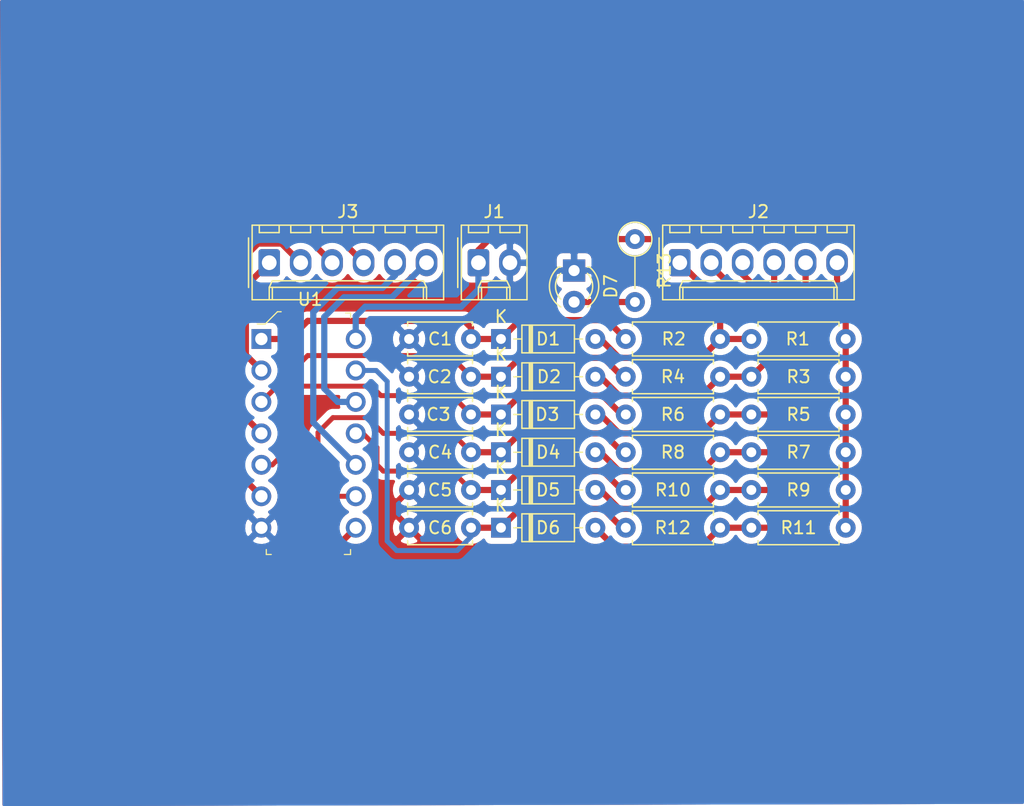
<source format=kicad_pcb>
(kicad_pcb (version 20171130) (host pcbnew 5.1.12-1.fc35)
  (layers (0 F.Cu signal) (31 B.Cu signal) (34 B.Paste user hide) (35 F.Paste user hide) (36 B.SilkS user) (37 F.SilkS user) (38 B.Mask user hide) (39 F.Mask user hide) (44 Edge.Cuts user))
  (net 0 "")
  (net 1 Trig_1)
  (net 2 GND)
  (net 3 Trig_2)
  (net 4 Trig_3)
  (net 5 Trig_4)
  (net 6 Trig_5)
  (net 7 Trig_6)
  (net 8 Sig_1)
  (net 9 Sig_2)
  (net 10 Sig_3)
  (net 11 Sig_4)
  (net 12 Sig_5)
  (net 13 Sig_6)
  (net 14 "Net-(J1-Pad1)")
  (net 15 "Net-(J3-Pad6)")
  (net 16 "Net-(J3-Pad5)")
  (net 17 "Net-(J3-Pad4)")
  (net 18 "Net-(J3-Pad3)")
  (net 19 "Net-(J3-Pad2)")
  (net 20 "Net-(J3-Pad1)")
  (net 21 "Net-(D7-Pad2)")
  (module Capacitor_THT:C_Disc_D5.0mm_W2.5mm_P5.00mm (layer F.Cu) (at 198.348888 73.279 180)
    (fp_text reference C3 (at 2.627 0) (layer F.SilkS))
    (fp_text value 100nF)
    (fp_line (start -0.12 -1.37) (end 5.12 -1.37) (layer F.SilkS) (width 0.12))
    (fp_line (start -0.12 1.37) (end 5.12 1.37) (layer F.SilkS) (width 0.12))
    (fp_line (start -0.12 -1.37) (end -0.12 -1.055) (layer F.SilkS) (width 0.12))
    (fp_line (start -0.12 1.055) (end -0.12 1.37) (layer F.SilkS) (width 0.12))
    (fp_line (start 5.12 -1.37) (end 5.12 -1.055) (layer F.SilkS) (width 0.12))
    (fp_line (start 5.12 1.055) (end 5.12 1.37) (layer F.SilkS) (width 0.12))
    (pad 1 thru_hole circle (at 0 0 180) (size 1.6 1.6) (drill 0.8) (layers *.Cu *.Mask) (net 4 Trig_3))
    (pad 2 thru_hole circle (at 5 0 180) (size 1.6 1.6) (drill 0.8) (layers *.Cu *.Mask) (net 2 GND))
  )
  (module Capacitor_THT:C_Disc_D5.0mm_W2.5mm_P5.00mm (layer F.Cu) (at 198.348888 70.231 180)
    (fp_text reference C2 (at 2.54 0) (layer F.SilkS))
    (fp_text value 100nF)
    (fp_line (start 5.12 1.055) (end 5.12 1.37) (layer F.SilkS) (width 0.12))
    (fp_line (start 5.12 -1.37) (end 5.12 -1.055) (layer F.SilkS) (width 0.12))
    (fp_line (start -0.12 1.055) (end -0.12 1.37) (layer F.SilkS) (width 0.12))
    (fp_line (start -0.12 -1.37) (end -0.12 -1.055) (layer F.SilkS) (width 0.12))
    (fp_line (start -0.12 1.37) (end 5.12 1.37) (layer F.SilkS) (width 0.12))
    (fp_line (start -0.12 -1.37) (end 5.12 -1.37) (layer F.SilkS) (width 0.12))
    (pad 2 thru_hole circle (at 5 0 180) (size 1.6 1.6) (drill 0.8) (layers *.Cu *.Mask) (net 2 GND))
    (pad 1 thru_hole circle (at 0 0 180) (size 1.6 1.6) (drill 0.8) (layers *.Cu *.Mask) (net 3 Trig_2))
  )
  (module Diode_THT:D_DO-35_SOD27_P7.62mm_Horizontal (layer F.Cu) (at 200.765833 67.183)
    (fp_text reference D1 (at 3.81 0) (layer F.SilkS))
    (fp_text value 1N4148)
    (fp_line (start 1.69 -1.12) (end 1.69 1.12) (layer F.SilkS) (width 0.12))
    (fp_line (start 1.69 1.12) (end 5.93 1.12) (layer F.SilkS) (width 0.12))
    (fp_line (start 5.93 1.12) (end 5.93 -1.12) (layer F.SilkS) (width 0.12))
    (fp_line (start 5.93 -1.12) (end 1.69 -1.12) (layer F.SilkS) (width 0.12))
    (fp_line (start 1.04 0) (end 1.69 0) (layer F.SilkS) (width 0.12))
    (fp_line (start 6.58 0) (end 5.93 0) (layer F.SilkS) (width 0.12))
    (fp_line (start 2.41 -1.12) (end 2.41 1.12) (layer F.SilkS) (width 0.12))
    (fp_line (start 2.53 -1.12) (end 2.53 1.12) (layer F.SilkS) (width 0.12))
    (fp_line (start 2.29 -1.12) (end 2.29 1.12) (layer F.SilkS) (width 0.12))
    (fp_text user K (at 0 -1.8) (layer F.SilkS))
    (pad 1 thru_hole rect (at 0 0) (size 1.6 1.6) (drill 0.8) (layers *.Cu *.Mask) (net 1 Trig_1))
    (pad 2 thru_hole oval (at 7.62 0) (size 1.6 1.6) (drill 0.8) (layers *.Cu *.Mask) (net 8 Sig_1))
  )
  (module Connector_Molex:Molex_KK-254_AE-6410-02A_1x02_P2.54mm_Vertical (layer F.Cu) (at 198.9455 61.0235)
    (fp_text reference J1 (at 1.27 -4.12) (layer F.SilkS))
    (fp_text value Pwr)
    (fp_line (start -1.38 -3.03) (end -1.38 2.99) (layer F.SilkS) (width 0.12))
    (fp_line (start -1.38 2.99) (end 3.92 2.99) (layer F.SilkS) (width 0.12))
    (fp_line (start 3.92 2.99) (end 3.92 -3.03) (layer F.SilkS) (width 0.12))
    (fp_line (start 3.92 -3.03) (end -1.38 -3.03) (layer F.SilkS) (width 0.12))
    (fp_line (start -1.67 -2) (end -1.67 2) (layer F.SilkS) (width 0.12))
    (fp_line (start 0 2.99) (end 0 1.99) (layer F.SilkS) (width 0.12))
    (fp_line (start 0 1.99) (end 2.54 1.99) (layer F.SilkS) (width 0.12))
    (fp_line (start 2.54 1.99) (end 2.54 2.99) (layer F.SilkS) (width 0.12))
    (fp_line (start 0 1.99) (end 0.25 1.46) (layer F.SilkS) (width 0.12))
    (fp_line (start 0.25 1.46) (end 2.29 1.46) (layer F.SilkS) (width 0.12))
    (fp_line (start 2.29 1.46) (end 2.54 1.99) (layer F.SilkS) (width 0.12))
    (fp_line (start 0.25 2.99) (end 0.25 1.99) (layer F.SilkS) (width 0.12))
    (fp_line (start 2.29 2.99) (end 2.29 1.99) (layer F.SilkS) (width 0.12))
    (fp_line (start -0.8 -3.03) (end -0.8 -2.43) (layer F.SilkS) (width 0.12))
    (fp_line (start -0.8 -2.43) (end 0.8 -2.43) (layer F.SilkS) (width 0.12))
    (fp_line (start 0.8 -2.43) (end 0.8 -3.03) (layer F.SilkS) (width 0.12))
    (fp_line (start 1.74 -3.03) (end 1.74 -2.43) (layer F.SilkS) (width 0.12))
    (fp_line (start 1.74 -2.43) (end 3.34 -2.43) (layer F.SilkS) (width 0.12))
    (fp_line (start 3.34 -2.43) (end 3.34 -3.03) (layer F.SilkS) (width 0.12))
    (pad 1 thru_hole roundrect (at 0 0) (size 1.74 2.19) (drill 1.19) (layers *.Cu *.Mask) (roundrect_rratio 0.143678) (net 14 "Net-(J1-Pad1)"))
    (pad 2 thru_hole oval (at 2.54 0) (size 1.74 2.19) (drill 1.19) (layers *.Cu *.Mask) (net 2 GND))
  )
  (module Capacitor_THT:C_Disc_D5.0mm_W2.5mm_P5.00mm (layer F.Cu) (at 198.348888 67.183 180)
    (fp_text reference C1 (at 2.5 0) (layer F.SilkS))
    (fp_text value 100nF)
    (fp_line (start -0.12 -1.37) (end 5.12 -1.37) (layer F.SilkS) (width 0.12))
    (fp_line (start -0.12 1.37) (end 5.12 1.37) (layer F.SilkS) (width 0.12))
    (fp_line (start -0.12 -1.37) (end -0.12 -1.055) (layer F.SilkS) (width 0.12))
    (fp_line (start -0.12 1.055) (end -0.12 1.37) (layer F.SilkS) (width 0.12))
    (fp_line (start 5.12 -1.37) (end 5.12 -1.055) (layer F.SilkS) (width 0.12))
    (fp_line (start 5.12 1.055) (end 5.12 1.37) (layer F.SilkS) (width 0.12))
    (pad 1 thru_hole circle (at 0 0 180) (size 1.6 1.6) (drill 0.8) (layers *.Cu *.Mask) (net 1 Trig_1))
    (pad 2 thru_hole circle (at 5 0 180) (size 1.6 1.6) (drill 0.8) (layers *.Cu *.Mask) (net 2 GND))
  )
  (module Capacitor_THT:C_Disc_D5.0mm_W2.5mm_P5.00mm (layer F.Cu) (at 198.348888 76.327 180)
    (fp_text reference C4 (at 2.5 0) (layer F.SilkS))
    (fp_text value 100nF)
    (fp_line (start 5.12 1.055) (end 5.12 1.37) (layer F.SilkS) (width 0.12))
    (fp_line (start 5.12 -1.37) (end 5.12 -1.055) (layer F.SilkS) (width 0.12))
    (fp_line (start -0.12 1.055) (end -0.12 1.37) (layer F.SilkS) (width 0.12))
    (fp_line (start -0.12 -1.37) (end -0.12 -1.055) (layer F.SilkS) (width 0.12))
    (fp_line (start -0.12 1.37) (end 5.12 1.37) (layer F.SilkS) (width 0.12))
    (fp_line (start -0.12 -1.37) (end 5.12 -1.37) (layer F.SilkS) (width 0.12))
    (pad 2 thru_hole circle (at 5 0 180) (size 1.6 1.6) (drill 0.8) (layers *.Cu *.Mask) (net 2 GND))
    (pad 1 thru_hole circle (at 0 0 180) (size 1.6 1.6) (drill 0.8) (layers *.Cu *.Mask) (net 5 Trig_4))
  )
  (module Capacitor_THT:C_Disc_D5.0mm_W2.5mm_P5.00mm (layer F.Cu) (at 198.348888 79.375 180)
    (fp_text reference C5 (at 2.5 0) (layer F.SilkS))
    (fp_text value 100nF)
    (fp_line (start -0.12 -1.37) (end 5.12 -1.37) (layer F.SilkS) (width 0.12))
    (fp_line (start -0.12 1.37) (end 5.12 1.37) (layer F.SilkS) (width 0.12))
    (fp_line (start -0.12 -1.37) (end -0.12 -1.055) (layer F.SilkS) (width 0.12))
    (fp_line (start -0.12 1.055) (end -0.12 1.37) (layer F.SilkS) (width 0.12))
    (fp_line (start 5.12 -1.37) (end 5.12 -1.055) (layer F.SilkS) (width 0.12))
    (fp_line (start 5.12 1.055) (end 5.12 1.37) (layer F.SilkS) (width 0.12))
    (pad 1 thru_hole circle (at 0 0 180) (size 1.6 1.6) (drill 0.8) (layers *.Cu *.Mask) (net 6 Trig_5))
    (pad 2 thru_hole circle (at 5 0 180) (size 1.6 1.6) (drill 0.8) (layers *.Cu *.Mask) (net 2 GND))
  )
  (module Capacitor_THT:C_Disc_D5.0mm_W2.5mm_P5.00mm (layer F.Cu) (at 198.348888 82.423 180)
    (fp_text reference C6 (at 2.5 0) (layer F.SilkS))
    (fp_text value 100nF)
    (fp_line (start 5.12 1.055) (end 5.12 1.37) (layer F.SilkS) (width 0.12))
    (fp_line (start 5.12 -1.37) (end 5.12 -1.055) (layer F.SilkS) (width 0.12))
    (fp_line (start -0.12 1.055) (end -0.12 1.37) (layer F.SilkS) (width 0.12))
    (fp_line (start -0.12 -1.37) (end -0.12 -1.055) (layer F.SilkS) (width 0.12))
    (fp_line (start -0.12 1.37) (end 5.12 1.37) (layer F.SilkS) (width 0.12))
    (fp_line (start -0.12 -1.37) (end 5.12 -1.37) (layer F.SilkS) (width 0.12))
    (pad 2 thru_hole circle (at 5 0 180) (size 1.6 1.6) (drill 0.8) (layers *.Cu *.Mask) (net 2 GND))
    (pad 1 thru_hole circle (at 0 0 180) (size 1.6 1.6) (drill 0.8) (layers *.Cu *.Mask) (net 7 Trig_6))
  )
  (module Diode_THT:D_DO-35_SOD27_P7.62mm_Horizontal (layer F.Cu) (at 200.765833 70.231)
    (fp_text reference D2 (at 3.8735 0) (layer F.SilkS))
    (fp_text value 1N4148)
    (fp_line (start 2.29 -1.12) (end 2.29 1.12) (layer F.SilkS) (width 0.12))
    (fp_line (start 2.53 -1.12) (end 2.53 1.12) (layer F.SilkS) (width 0.12))
    (fp_line (start 2.41 -1.12) (end 2.41 1.12) (layer F.SilkS) (width 0.12))
    (fp_line (start 6.58 0) (end 5.93 0) (layer F.SilkS) (width 0.12))
    (fp_line (start 1.04 0) (end 1.69 0) (layer F.SilkS) (width 0.12))
    (fp_line (start 5.93 -1.12) (end 1.69 -1.12) (layer F.SilkS) (width 0.12))
    (fp_line (start 5.93 1.12) (end 5.93 -1.12) (layer F.SilkS) (width 0.12))
    (fp_line (start 1.69 1.12) (end 5.93 1.12) (layer F.SilkS) (width 0.12))
    (fp_line (start 1.69 -1.12) (end 1.69 1.12) (layer F.SilkS) (width 0.12))
    (fp_text user K (at 0 -1.8) (layer F.SilkS))
    (pad 2 thru_hole oval (at 7.62 0) (size 1.6 1.6) (drill 0.8) (layers *.Cu *.Mask) (net 9 Sig_2))
    (pad 1 thru_hole rect (at 0 0) (size 1.6 1.6) (drill 0.8) (layers *.Cu *.Mask) (net 3 Trig_2))
  )
  (module Diode_THT:D_DO-35_SOD27_P7.62mm_Horizontal (layer F.Cu) (at 200.765833 73.279)
    (fp_text reference D3 (at 3.7465 0) (layer F.SilkS))
    (fp_text value 1N4148)
    (fp_line (start 1.69 -1.12) (end 1.69 1.12) (layer F.SilkS) (width 0.12))
    (fp_line (start 1.69 1.12) (end 5.93 1.12) (layer F.SilkS) (width 0.12))
    (fp_line (start 5.93 1.12) (end 5.93 -1.12) (layer F.SilkS) (width 0.12))
    (fp_line (start 5.93 -1.12) (end 1.69 -1.12) (layer F.SilkS) (width 0.12))
    (fp_line (start 1.04 0) (end 1.69 0) (layer F.SilkS) (width 0.12))
    (fp_line (start 6.58 0) (end 5.93 0) (layer F.SilkS) (width 0.12))
    (fp_line (start 2.41 -1.12) (end 2.41 1.12) (layer F.SilkS) (width 0.12))
    (fp_line (start 2.53 -1.12) (end 2.53 1.12) (layer F.SilkS) (width 0.12))
    (fp_line (start 2.29 -1.12) (end 2.29 1.12) (layer F.SilkS) (width 0.12))
    (fp_text user K (at 0 -1.8) (layer F.SilkS))
    (pad 1 thru_hole rect (at 0 0) (size 1.6 1.6) (drill 0.8) (layers *.Cu *.Mask) (net 4 Trig_3))
    (pad 2 thru_hole oval (at 7.62 0) (size 1.6 1.6) (drill 0.8) (layers *.Cu *.Mask) (net 10 Sig_3))
  )
  (module Diode_THT:D_DO-35_SOD27_P7.62mm_Horizontal (layer F.Cu) (at 200.765833 76.327)
    (fp_text reference D4 (at 3.81 0) (layer F.SilkS))
    (fp_text value 1N4148)
    (fp_line (start 1.69 -1.12) (end 1.69 1.12) (layer F.SilkS) (width 0.12))
    (fp_line (start 1.69 1.12) (end 5.93 1.12) (layer F.SilkS) (width 0.12))
    (fp_line (start 5.93 1.12) (end 5.93 -1.12) (layer F.SilkS) (width 0.12))
    (fp_line (start 5.93 -1.12) (end 1.69 -1.12) (layer F.SilkS) (width 0.12))
    (fp_line (start 1.04 0) (end 1.69 0) (layer F.SilkS) (width 0.12))
    (fp_line (start 6.58 0) (end 5.93 0) (layer F.SilkS) (width 0.12))
    (fp_line (start 2.41 -1.12) (end 2.41 1.12) (layer F.SilkS) (width 0.12))
    (fp_line (start 2.53 -1.12) (end 2.53 1.12) (layer F.SilkS) (width 0.12))
    (fp_line (start 2.29 -1.12) (end 2.29 1.12) (layer F.SilkS) (width 0.12))
    (fp_text user K (at 0 -1.8) (layer F.SilkS))
    (pad 1 thru_hole rect (at 0 0) (size 1.6 1.6) (drill 0.8) (layers *.Cu *.Mask) (net 5 Trig_4))
    (pad 2 thru_hole oval (at 7.62 0) (size 1.6 1.6) (drill 0.8) (layers *.Cu *.Mask) (net 11 Sig_4))
  )
  (module Diode_THT:D_DO-35_SOD27_P7.62mm_Horizontal (layer F.Cu) (at 200.765833 79.375)
    (fp_text reference D5 (at 3.81 0) (layer F.SilkS))
    (fp_text value 1N4148)
    (fp_line (start 2.29 -1.12) (end 2.29 1.12) (layer F.SilkS) (width 0.12))
    (fp_line (start 2.53 -1.12) (end 2.53 1.12) (layer F.SilkS) (width 0.12))
    (fp_line (start 2.41 -1.12) (end 2.41 1.12) (layer F.SilkS) (width 0.12))
    (fp_line (start 6.58 0) (end 5.93 0) (layer F.SilkS) (width 0.12))
    (fp_line (start 1.04 0) (end 1.69 0) (layer F.SilkS) (width 0.12))
    (fp_line (start 5.93 -1.12) (end 1.69 -1.12) (layer F.SilkS) (width 0.12))
    (fp_line (start 5.93 1.12) (end 5.93 -1.12) (layer F.SilkS) (width 0.12))
    (fp_line (start 1.69 1.12) (end 5.93 1.12) (layer F.SilkS) (width 0.12))
    (fp_line (start 1.69 -1.12) (end 1.69 1.12) (layer F.SilkS) (width 0.12))
    (fp_text user K (at 0 -1.8) (layer F.SilkS))
    (pad 2 thru_hole oval (at 7.62 0) (size 1.6 1.6) (drill 0.8) (layers *.Cu *.Mask) (net 12 Sig_5))
    (pad 1 thru_hole rect (at 0 0) (size 1.6 1.6) (drill 0.8) (layers *.Cu *.Mask) (net 6 Trig_5))
  )
  (module Diode_THT:D_DO-35_SOD27_P7.62mm_Horizontal (layer F.Cu) (at 200.765833 82.423)
    (fp_text reference D6 (at 3.81 0) (layer F.SilkS))
    (fp_text value 1N4148)
    (fp_line (start 2.29 -1.12) (end 2.29 1.12) (layer F.SilkS) (width 0.12))
    (fp_line (start 2.53 -1.12) (end 2.53 1.12) (layer F.SilkS) (width 0.12))
    (fp_line (start 2.41 -1.12) (end 2.41 1.12) (layer F.SilkS) (width 0.12))
    (fp_line (start 6.58 0) (end 5.93 0) (layer F.SilkS) (width 0.12))
    (fp_line (start 1.04 0) (end 1.69 0) (layer F.SilkS) (width 0.12))
    (fp_line (start 5.93 -1.12) (end 1.69 -1.12) (layer F.SilkS) (width 0.12))
    (fp_line (start 5.93 1.12) (end 5.93 -1.12) (layer F.SilkS) (width 0.12))
    (fp_line (start 1.69 1.12) (end 5.93 1.12) (layer F.SilkS) (width 0.12))
    (fp_line (start 1.69 -1.12) (end 1.69 1.12) (layer F.SilkS) (width 0.12))
    (fp_text user K (at 0 -1.8) (layer F.SilkS))
    (pad 2 thru_hole oval (at 7.62 0) (size 1.6 1.6) (drill 0.8) (layers *.Cu *.Mask) (net 13 Sig_6))
    (pad 1 thru_hole rect (at 0 0) (size 1.6 1.6) (drill 0.8) (layers *.Cu *.Mask) (net 7 Trig_6))
  )
  (module Connector_Molex:Molex_KK-254_AE-6410-06A_1x06_P2.54mm_Vertical (layer F.Cu) (at 215.2015 61.0235)
    (fp_text reference J2 (at 6.35 -4.12) (layer F.SilkS))
    (fp_text value Sig_In)
    (fp_line (start -1.38 -3.03) (end -1.38 2.99) (layer F.SilkS) (width 0.12))
    (fp_line (start -1.38 2.99) (end 14.08 2.99) (layer F.SilkS) (width 0.12))
    (fp_line (start 14.08 2.99) (end 14.08 -3.03) (layer F.SilkS) (width 0.12))
    (fp_line (start 14.08 -3.03) (end -1.38 -3.03) (layer F.SilkS) (width 0.12))
    (fp_line (start -1.67 -2) (end -1.67 2) (layer F.SilkS) (width 0.12))
    (fp_line (start 0 2.99) (end 0 1.99) (layer F.SilkS) (width 0.12))
    (fp_line (start 0 1.99) (end 12.7 1.99) (layer F.SilkS) (width 0.12))
    (fp_line (start 12.7 1.99) (end 12.7 2.99) (layer F.SilkS) (width 0.12))
    (fp_line (start 0 1.99) (end 0.25 1.46) (layer F.SilkS) (width 0.12))
    (fp_line (start 0.25 1.46) (end 12.45 1.46) (layer F.SilkS) (width 0.12))
    (fp_line (start 12.45 1.46) (end 12.7 1.99) (layer F.SilkS) (width 0.12))
    (fp_line (start 0.25 2.99) (end 0.25 1.99) (layer F.SilkS) (width 0.12))
    (fp_line (start 12.45 2.99) (end 12.45 1.99) (layer F.SilkS) (width 0.12))
    (fp_line (start -0.8 -3.03) (end -0.8 -2.43) (layer F.SilkS) (width 0.12))
    (fp_line (start -0.8 -2.43) (end 0.8 -2.43) (layer F.SilkS) (width 0.12))
    (fp_line (start 0.8 -2.43) (end 0.8 -3.03) (layer F.SilkS) (width 0.12))
    (fp_line (start 1.74 -3.03) (end 1.74 -2.43) (layer F.SilkS) (width 0.12))
    (fp_line (start 1.74 -2.43) (end 3.34 -2.43) (layer F.SilkS) (width 0.12))
    (fp_line (start 3.34 -2.43) (end 3.34 -3.03) (layer F.SilkS) (width 0.12))
    (fp_line (start 4.28 -3.03) (end 4.28 -2.43) (layer F.SilkS) (width 0.12))
    (fp_line (start 4.28 -2.43) (end 5.88 -2.43) (layer F.SilkS) (width 0.12))
    (fp_line (start 5.88 -2.43) (end 5.88 -3.03) (layer F.SilkS) (width 0.12))
    (fp_line (start 6.82 -3.03) (end 6.82 -2.43) (layer F.SilkS) (width 0.12))
    (fp_line (start 6.82 -2.43) (end 8.42 -2.43) (layer F.SilkS) (width 0.12))
    (fp_line (start 8.42 -2.43) (end 8.42 -3.03) (layer F.SilkS) (width 0.12))
    (fp_line (start 9.36 -3.03) (end 9.36 -2.43) (layer F.SilkS) (width 0.12))
    (fp_line (start 9.36 -2.43) (end 10.96 -2.43) (layer F.SilkS) (width 0.12))
    (fp_line (start 10.96 -2.43) (end 10.96 -3.03) (layer F.SilkS) (width 0.12))
    (fp_line (start 11.9 -3.03) (end 11.9 -2.43) (layer F.SilkS) (width 0.12))
    (fp_line (start 11.9 -2.43) (end 13.5 -2.43) (layer F.SilkS) (width 0.12))
    (fp_line (start 13.5 -2.43) (end 13.5 -3.03) (layer F.SilkS) (width 0.12))
    (pad 1 thru_hole roundrect (at 0 0) (size 1.74 2.19) (drill 1.19) (layers *.Cu *.Mask) (roundrect_rratio 0.143678) (net 8 Sig_1))
    (pad 2 thru_hole oval (at 2.54 0) (size 1.74 2.19) (drill 1.19) (layers *.Cu *.Mask) (net 9 Sig_2))
    (pad 3 thru_hole oval (at 5.08 0) (size 1.74 2.19) (drill 1.19) (layers *.Cu *.Mask) (net 10 Sig_3))
    (pad 4 thru_hole oval (at 7.62 0) (size 1.74 2.19) (drill 1.19) (layers *.Cu *.Mask) (net 11 Sig_4))
    (pad 5 thru_hole oval (at 10.16 0) (size 1.74 2.19) (drill 1.19) (layers *.Cu *.Mask) (net 12 Sig_5))
    (pad 6 thru_hole oval (at 12.7 0) (size 1.74 2.19) (drill 1.19) (layers *.Cu *.Mask) (net 13 Sig_6))
  )
  (module Resistor_THT:R_Axial_DIN0207_L6.3mm_D2.5mm_P7.62mm_Horizontal (layer F.Cu) (at 228.6 67.183 180)
    (fp_text reference R1 (at 3.8735 0) (layer F.SilkS))
    (fp_text value 82K)
    (fp_line (start 7.08 1.37) (end 7.08 1.04) (layer F.SilkS) (width 0.12))
    (fp_line (start 0.54 1.37) (end 7.08 1.37) (layer F.SilkS) (width 0.12))
    (fp_line (start 0.54 1.04) (end 0.54 1.37) (layer F.SilkS) (width 0.12))
    (fp_line (start 7.08 -1.37) (end 7.08 -1.04) (layer F.SilkS) (width 0.12))
    (fp_line (start 0.54 -1.37) (end 7.08 -1.37) (layer F.SilkS) (width 0.12))
    (fp_line (start 0.54 -1.04) (end 0.54 -1.37) (layer F.SilkS) (width 0.12))
    (pad 2 thru_hole oval (at 7.62 0 180) (size 1.6 1.6) (drill 0.8) (layers *.Cu *.Mask) (net 8 Sig_1))
    (pad 1 thru_hole circle (at 0 0 180) (size 1.6 1.6) (drill 0.8) (layers *.Cu *.Mask) (net 14 "Net-(J1-Pad1)"))
  )
  (module Resistor_THT:R_Axial_DIN0207_L6.3mm_D2.5mm_P7.62mm_Horizontal (layer F.Cu) (at 210.841166 67.183)
    (fp_text reference R2 (at 3.8735 0) (layer F.SilkS))
    (fp_text value 18K2)
    (fp_line (start 7.08 1.37) (end 7.08 1.04) (layer F.SilkS) (width 0.12))
    (fp_line (start 0.54 1.37) (end 7.08 1.37) (layer F.SilkS) (width 0.12))
    (fp_line (start 0.54 1.04) (end 0.54 1.37) (layer F.SilkS) (width 0.12))
    (fp_line (start 7.08 -1.37) (end 7.08 -1.04) (layer F.SilkS) (width 0.12))
    (fp_line (start 0.54 -1.37) (end 7.08 -1.37) (layer F.SilkS) (width 0.12))
    (fp_line (start 0.54 -1.04) (end 0.54 -1.37) (layer F.SilkS) (width 0.12))
    (pad 2 thru_hole oval (at 7.62 0) (size 1.6 1.6) (drill 0.8) (layers *.Cu *.Mask) (net 8 Sig_1))
    (pad 1 thru_hole circle (at 0 0) (size 1.6 1.6) (drill 0.8) (layers *.Cu *.Mask) (net 1 Trig_1))
  )
  (module Resistor_THT:R_Axial_DIN0207_L6.3mm_D2.5mm_P7.62mm_Horizontal (layer F.Cu) (at 228.6 70.231 180)
    (fp_text reference R3 (at 3.81 0) (layer F.SilkS))
    (fp_text value 82K)
    (fp_line (start 7.08 1.37) (end 7.08 1.04) (layer F.SilkS) (width 0.12))
    (fp_line (start 0.54 1.37) (end 7.08 1.37) (layer F.SilkS) (width 0.12))
    (fp_line (start 0.54 1.04) (end 0.54 1.37) (layer F.SilkS) (width 0.12))
    (fp_line (start 7.08 -1.37) (end 7.08 -1.04) (layer F.SilkS) (width 0.12))
    (fp_line (start 0.54 -1.37) (end 7.08 -1.37) (layer F.SilkS) (width 0.12))
    (fp_line (start 0.54 -1.04) (end 0.54 -1.37) (layer F.SilkS) (width 0.12))
    (pad 2 thru_hole oval (at 7.62 0 180) (size 1.6 1.6) (drill 0.8) (layers *.Cu *.Mask) (net 9 Sig_2))
    (pad 1 thru_hole circle (at 0 0 180) (size 1.6 1.6) (drill 0.8) (layers *.Cu *.Mask) (net 14 "Net-(J1-Pad1)"))
  )
  (module Resistor_THT:R_Axial_DIN0207_L6.3mm_D2.5mm_P7.62mm_Horizontal (layer F.Cu) (at 210.841166 70.231)
    (fp_text reference R4 (at 3.81 0) (layer F.SilkS))
    (fp_text value 18K2)
    (fp_line (start 0.54 -1.04) (end 0.54 -1.37) (layer F.SilkS) (width 0.12))
    (fp_line (start 0.54 -1.37) (end 7.08 -1.37) (layer F.SilkS) (width 0.12))
    (fp_line (start 7.08 -1.37) (end 7.08 -1.04) (layer F.SilkS) (width 0.12))
    (fp_line (start 0.54 1.04) (end 0.54 1.37) (layer F.SilkS) (width 0.12))
    (fp_line (start 0.54 1.37) (end 7.08 1.37) (layer F.SilkS) (width 0.12))
    (fp_line (start 7.08 1.37) (end 7.08 1.04) (layer F.SilkS) (width 0.12))
    (pad 1 thru_hole circle (at 0 0) (size 1.6 1.6) (drill 0.8) (layers *.Cu *.Mask) (net 3 Trig_2))
    (pad 2 thru_hole oval (at 7.62 0) (size 1.6 1.6) (drill 0.8) (layers *.Cu *.Mask) (net 9 Sig_2))
  )
  (module Resistor_THT:R_Axial_DIN0207_L6.3mm_D2.5mm_P7.62mm_Horizontal (layer F.Cu) (at 228.6 73.279 180)
    (fp_text reference R5 (at 3.81 0) (layer F.SilkS))
    (fp_text value 82K)
    (fp_line (start 0.54 -1.04) (end 0.54 -1.37) (layer F.SilkS) (width 0.12))
    (fp_line (start 0.54 -1.37) (end 7.08 -1.37) (layer F.SilkS) (width 0.12))
    (fp_line (start 7.08 -1.37) (end 7.08 -1.04) (layer F.SilkS) (width 0.12))
    (fp_line (start 0.54 1.04) (end 0.54 1.37) (layer F.SilkS) (width 0.12))
    (fp_line (start 0.54 1.37) (end 7.08 1.37) (layer F.SilkS) (width 0.12))
    (fp_line (start 7.08 1.37) (end 7.08 1.04) (layer F.SilkS) (width 0.12))
    (pad 1 thru_hole circle (at 0 0 180) (size 1.6 1.6) (drill 0.8) (layers *.Cu *.Mask) (net 14 "Net-(J1-Pad1)"))
    (pad 2 thru_hole oval (at 7.62 0 180) (size 1.6 1.6) (drill 0.8) (layers *.Cu *.Mask) (net 10 Sig_3))
  )
  (module Resistor_THT:R_Axial_DIN0207_L6.3mm_D2.5mm_P7.62mm_Horizontal (layer F.Cu) (at 210.841166 73.279)
    (fp_text reference R6 (at 3.81 0) (layer F.SilkS))
    (fp_text value 18K2)
    (fp_line (start 7.08 1.37) (end 7.08 1.04) (layer F.SilkS) (width 0.12))
    (fp_line (start 0.54 1.37) (end 7.08 1.37) (layer F.SilkS) (width 0.12))
    (fp_line (start 0.54 1.04) (end 0.54 1.37) (layer F.SilkS) (width 0.12))
    (fp_line (start 7.08 -1.37) (end 7.08 -1.04) (layer F.SilkS) (width 0.12))
    (fp_line (start 0.54 -1.37) (end 7.08 -1.37) (layer F.SilkS) (width 0.12))
    (fp_line (start 0.54 -1.04) (end 0.54 -1.37) (layer F.SilkS) (width 0.12))
    (pad 2 thru_hole oval (at 7.62 0) (size 1.6 1.6) (drill 0.8) (layers *.Cu *.Mask) (net 10 Sig_3))
    (pad 1 thru_hole circle (at 0 0) (size 1.6 1.6) (drill 0.8) (layers *.Cu *.Mask) (net 4 Trig_3))
  )
  (module Resistor_THT:R_Axial_DIN0207_L6.3mm_D2.5mm_P7.62mm_Horizontal (layer F.Cu) (at 228.6 76.327 180)
    (fp_text reference R7 (at 3.81 0) (layer F.SilkS))
    (fp_text value 82K)
    (fp_line (start 0.54 -1.04) (end 0.54 -1.37) (layer F.SilkS) (width 0.12))
    (fp_line (start 0.54 -1.37) (end 7.08 -1.37) (layer F.SilkS) (width 0.12))
    (fp_line (start 7.08 -1.37) (end 7.08 -1.04) (layer F.SilkS) (width 0.12))
    (fp_line (start 0.54 1.04) (end 0.54 1.37) (layer F.SilkS) (width 0.12))
    (fp_line (start 0.54 1.37) (end 7.08 1.37) (layer F.SilkS) (width 0.12))
    (fp_line (start 7.08 1.37) (end 7.08 1.04) (layer F.SilkS) (width 0.12))
    (pad 1 thru_hole circle (at 0 0 180) (size 1.6 1.6) (drill 0.8) (layers *.Cu *.Mask) (net 14 "Net-(J1-Pad1)"))
    (pad 2 thru_hole oval (at 7.62 0 180) (size 1.6 1.6) (drill 0.8) (layers *.Cu *.Mask) (net 11 Sig_4))
  )
  (module Resistor_THT:R_Axial_DIN0207_L6.3mm_D2.5mm_P7.62mm_Horizontal (layer F.Cu) (at 210.841166 76.327)
    (fp_text reference R8 (at 3.81 0) (layer F.SilkS))
    (fp_text value 18K2)
    (fp_line (start 0.54 -1.04) (end 0.54 -1.37) (layer F.SilkS) (width 0.12))
    (fp_line (start 0.54 -1.37) (end 7.08 -1.37) (layer F.SilkS) (width 0.12))
    (fp_line (start 7.08 -1.37) (end 7.08 -1.04) (layer F.SilkS) (width 0.12))
    (fp_line (start 0.54 1.04) (end 0.54 1.37) (layer F.SilkS) (width 0.12))
    (fp_line (start 0.54 1.37) (end 7.08 1.37) (layer F.SilkS) (width 0.12))
    (fp_line (start 7.08 1.37) (end 7.08 1.04) (layer F.SilkS) (width 0.12))
    (pad 1 thru_hole circle (at 0 0) (size 1.6 1.6) (drill 0.8) (layers *.Cu *.Mask) (net 5 Trig_4))
    (pad 2 thru_hole oval (at 7.62 0) (size 1.6 1.6) (drill 0.8) (layers *.Cu *.Mask) (net 11 Sig_4))
  )
  (module Resistor_THT:R_Axial_DIN0207_L6.3mm_D2.5mm_P7.62mm_Horizontal (layer F.Cu) (at 228.6 79.375 180)
    (fp_text reference R9 (at 3.81 0) (layer F.SilkS))
    (fp_text value 82K)
    (fp_line (start 0.54 -1.04) (end 0.54 -1.37) (layer F.SilkS) (width 0.12))
    (fp_line (start 0.54 -1.37) (end 7.08 -1.37) (layer F.SilkS) (width 0.12))
    (fp_line (start 7.08 -1.37) (end 7.08 -1.04) (layer F.SilkS) (width 0.12))
    (fp_line (start 0.54 1.04) (end 0.54 1.37) (layer F.SilkS) (width 0.12))
    (fp_line (start 0.54 1.37) (end 7.08 1.37) (layer F.SilkS) (width 0.12))
    (fp_line (start 7.08 1.37) (end 7.08 1.04) (layer F.SilkS) (width 0.12))
    (pad 1 thru_hole circle (at 0 0 180) (size 1.6 1.6) (drill 0.8) (layers *.Cu *.Mask) (net 14 "Net-(J1-Pad1)"))
    (pad 2 thru_hole oval (at 7.62 0 180) (size 1.6 1.6) (drill 0.8) (layers *.Cu *.Mask) (net 12 Sig_5))
  )
  (module Resistor_THT:R_Axial_DIN0207_L6.3mm_D2.5mm_P7.62mm_Horizontal (layer F.Cu) (at 210.841166 79.375)
    (fp_text reference R10 (at 3.81 0) (layer F.SilkS))
    (fp_text value 18K2)
    (fp_line (start 7.08 1.37) (end 7.08 1.04) (layer F.SilkS) (width 0.12))
    (fp_line (start 0.54 1.37) (end 7.08 1.37) (layer F.SilkS) (width 0.12))
    (fp_line (start 0.54 1.04) (end 0.54 1.37) (layer F.SilkS) (width 0.12))
    (fp_line (start 7.08 -1.37) (end 7.08 -1.04) (layer F.SilkS) (width 0.12))
    (fp_line (start 0.54 -1.37) (end 7.08 -1.37) (layer F.SilkS) (width 0.12))
    (fp_line (start 0.54 -1.04) (end 0.54 -1.37) (layer F.SilkS) (width 0.12))
    (pad 2 thru_hole oval (at 7.62 0) (size 1.6 1.6) (drill 0.8) (layers *.Cu *.Mask) (net 12 Sig_5))
    (pad 1 thru_hole circle (at 0 0) (size 1.6 1.6) (drill 0.8) (layers *.Cu *.Mask) (net 6 Trig_5))
  )
  (module Resistor_THT:R_Axial_DIN0207_L6.3mm_D2.5mm_P7.62mm_Horizontal (layer F.Cu) (at 228.6 82.423 180)
    (fp_text reference R11 (at 3.81 0) (layer F.SilkS))
    (fp_text value 82K)
    (fp_line (start 0.54 -1.04) (end 0.54 -1.37) (layer F.SilkS) (width 0.12))
    (fp_line (start 0.54 -1.37) (end 7.08 -1.37) (layer F.SilkS) (width 0.12))
    (fp_line (start 7.08 -1.37) (end 7.08 -1.04) (layer F.SilkS) (width 0.12))
    (fp_line (start 0.54 1.04) (end 0.54 1.37) (layer F.SilkS) (width 0.12))
    (fp_line (start 0.54 1.37) (end 7.08 1.37) (layer F.SilkS) (width 0.12))
    (fp_line (start 7.08 1.37) (end 7.08 1.04) (layer F.SilkS) (width 0.12))
    (pad 1 thru_hole circle (at 0 0 180) (size 1.6 1.6) (drill 0.8) (layers *.Cu *.Mask) (net 14 "Net-(J1-Pad1)"))
    (pad 2 thru_hole oval (at 7.62 0 180) (size 1.6 1.6) (drill 0.8) (layers *.Cu *.Mask) (net 13 Sig_6))
  )
  (module Resistor_THT:R_Axial_DIN0207_L6.3mm_D2.5mm_P7.62mm_Horizontal (layer F.Cu) (at 210.841166 82.423)
    (fp_text reference R12 (at 3.788834 0) (layer F.SilkS))
    (fp_text value 18K2)
    (fp_line (start 7.08 1.37) (end 7.08 1.04) (layer F.SilkS) (width 0.12))
    (fp_line (start 0.54 1.37) (end 7.08 1.37) (layer F.SilkS) (width 0.12))
    (fp_line (start 0.54 1.04) (end 0.54 1.37) (layer F.SilkS) (width 0.12))
    (fp_line (start 7.08 -1.37) (end 7.08 -1.04) (layer F.SilkS) (width 0.12))
    (fp_line (start 0.54 -1.37) (end 7.08 -1.37) (layer F.SilkS) (width 0.12))
    (fp_line (start 0.54 -1.04) (end 0.54 -1.37) (layer F.SilkS) (width 0.12))
    (pad 2 thru_hole oval (at 7.62 0) (size 1.6 1.6) (drill 0.8) (layers *.Cu *.Mask) (net 13 Sig_6))
    (pad 1 thru_hole circle (at 0 0) (size 1.6 1.6) (drill 0.8) (layers *.Cu *.Mask) (net 7 Trig_6))
  )
  (module digikey-footprints:DIP-14_W3mm (layer F.Cu) (at 181.4195 67.183)
    (fp_text reference U1 (at 3.94 -3.2) (layer F.SilkS))
    (fp_text value SN74HC14N)
    (fp_line (start -0.08 -1.2) (end -0.33 -1.2) (layer F.SilkS) (width 0.1))
    (fp_line (start 0.3 -1.2) (end -0.07 -1.2) (layer F.SilkS) (width 0.1))
    (fp_line (start 1.6 -2.2) (end 1.3 -2.2) (layer F.SilkS) (width 0.1))
    (fp_line (start 1.3 -2.2) (end 0.3 -1.2) (layer F.SilkS) (width 0.1))
    (fp_line (start 7.2 -1.7) (end 7.2 -2.1) (layer F.SilkS) (width 0.1))
    (fp_line (start 7.2 -2.1) (end 6.8 -2.1) (layer F.SilkS) (width 0.1))
    (fp_line (start 6.7 17.4) (end 7.2 17.4) (layer F.SilkS) (width 0.1))
    (fp_line (start 7.2 17.4) (end 7.2 17) (layer F.SilkS) (width 0.1))
    (fp_line (start 0.4 17) (end 0.4 17.4) (layer F.SilkS) (width 0.1))
    (fp_line (start 0.4 17.4) (end 0.8 17.4) (layer F.SilkS) (width 0.1))
    (pad 1 thru_hole rect (at 0 0) (size 1.6 1.6) (drill 1) (layers *.Cu *.Mask) (net 1 Trig_1))
    (pad 2 thru_hole circle (at 0 2.54) (size 1.6 1.6) (drill 1) (layers *.Cu *.Mask) (net 20 "Net-(J3-Pad1)"))
    (pad 3 thru_hole circle (at 0 5.08) (size 1.6 1.6) (drill 1) (layers *.Cu *.Mask) (net 3 Trig_2))
    (pad 4 thru_hole circle (at 0 7.62) (size 1.6 1.6) (drill 1) (layers *.Cu *.Mask) (net 19 "Net-(J3-Pad2)"))
    (pad 5 thru_hole circle (at 0 10.16) (size 1.6 1.6) (drill 1) (layers *.Cu *.Mask) (net 4 Trig_3))
    (pad 6 thru_hole circle (at 0 12.7) (size 1.6 1.6) (drill 1) (layers *.Cu *.Mask) (net 18 "Net-(J3-Pad3)"))
    (pad 7 thru_hole circle (at 0 15.24) (size 1.6 1.6) (drill 1) (layers *.Cu *.Mask) (net 2 GND))
    (pad 8 thru_hole circle (at 7.62 15.24) (size 1.6 1.6) (drill 1) (layers *.Cu *.Mask) (net 17 "Net-(J3-Pad4)"))
    (pad 9 thru_hole circle (at 7.62 12.7) (size 1.6 1.6) (drill 1) (layers *.Cu *.Mask) (net 5 Trig_4))
    (pad 10 thru_hole circle (at 7.62 10.16) (size 1.6 1.6) (drill 1) (layers *.Cu *.Mask) (net 16 "Net-(J3-Pad5)"))
    (pad 11 thru_hole circle (at 7.62 7.62) (size 1.6 1.6) (drill 1) (layers *.Cu *.Mask) (net 6 Trig_5))
    (pad 12 thru_hole circle (at 7.62 5.08) (size 1.6 1.6) (drill 1) (layers *.Cu *.Mask) (net 15 "Net-(J3-Pad6)"))
    (pad 13 thru_hole circle (at 7.62 2.54) (size 1.6 1.6) (drill 1) (layers *.Cu *.Mask) (net 7 Trig_6))
    (pad 14 thru_hole circle (at 7.62 0) (size 1.6 1.6) (drill 1) (layers *.Cu *.Mask) (net 14 "Net-(J1-Pad1)"))
  )
  (module Connector_Molex:Molex_KK-254_AE-6410-06A_1x06_P2.54mm_Vertical (layer F.Cu) (at 182.0545 61.0235)
    (fp_text reference J3 (at 6.35 -4.12) (layer F.SilkS))
    (fp_text value Trig_Out)
    (fp_line (start -1.38 -3.03) (end -1.38 2.99) (layer F.SilkS) (width 0.12))
    (fp_line (start -1.38 2.99) (end 14.08 2.99) (layer F.SilkS) (width 0.12))
    (fp_line (start 14.08 2.99) (end 14.08 -3.03) (layer F.SilkS) (width 0.12))
    (fp_line (start 14.08 -3.03) (end -1.38 -3.03) (layer F.SilkS) (width 0.12))
    (fp_line (start -1.67 -2) (end -1.67 2) (layer F.SilkS) (width 0.12))
    (fp_line (start 0 2.99) (end 0 1.99) (layer F.SilkS) (width 0.12))
    (fp_line (start 0 1.99) (end 12.7 1.99) (layer F.SilkS) (width 0.12))
    (fp_line (start 12.7 1.99) (end 12.7 2.99) (layer F.SilkS) (width 0.12))
    (fp_line (start 0 1.99) (end 0.25 1.46) (layer F.SilkS) (width 0.12))
    (fp_line (start 0.25 1.46) (end 12.45 1.46) (layer F.SilkS) (width 0.12))
    (fp_line (start 12.45 1.46) (end 12.7 1.99) (layer F.SilkS) (width 0.12))
    (fp_line (start 0.25 2.99) (end 0.25 1.99) (layer F.SilkS) (width 0.12))
    (fp_line (start 12.45 2.99) (end 12.45 1.99) (layer F.SilkS) (width 0.12))
    (fp_line (start -0.8 -3.03) (end -0.8 -2.43) (layer F.SilkS) (width 0.12))
    (fp_line (start -0.8 -2.43) (end 0.8 -2.43) (layer F.SilkS) (width 0.12))
    (fp_line (start 0.8 -2.43) (end 0.8 -3.03) (layer F.SilkS) (width 0.12))
    (fp_line (start 1.74 -3.03) (end 1.74 -2.43) (layer F.SilkS) (width 0.12))
    (fp_line (start 1.74 -2.43) (end 3.34 -2.43) (layer F.SilkS) (width 0.12))
    (fp_line (start 3.34 -2.43) (end 3.34 -3.03) (layer F.SilkS) (width 0.12))
    (fp_line (start 4.28 -3.03) (end 4.28 -2.43) (layer F.SilkS) (width 0.12))
    (fp_line (start 4.28 -2.43) (end 5.88 -2.43) (layer F.SilkS) (width 0.12))
    (fp_line (start 5.88 -2.43) (end 5.88 -3.03) (layer F.SilkS) (width 0.12))
    (fp_line (start 6.82 -3.03) (end 6.82 -2.43) (layer F.SilkS) (width 0.12))
    (fp_line (start 6.82 -2.43) (end 8.42 -2.43) (layer F.SilkS) (width 0.12))
    (fp_line (start 8.42 -2.43) (end 8.42 -3.03) (layer F.SilkS) (width 0.12))
    (fp_line (start 9.36 -3.03) (end 9.36 -2.43) (layer F.SilkS) (width 0.12))
    (fp_line (start 9.36 -2.43) (end 10.96 -2.43) (layer F.SilkS) (width 0.12))
    (fp_line (start 10.96 -2.43) (end 10.96 -3.03) (layer F.SilkS) (width 0.12))
    (fp_line (start 11.9 -3.03) (end 11.9 -2.43) (layer F.SilkS) (width 0.12))
    (fp_line (start 11.9 -2.43) (end 13.5 -2.43) (layer F.SilkS) (width 0.12))
    (fp_line (start 13.5 -2.43) (end 13.5 -3.03) (layer F.SilkS) (width 0.12))
    (pad 1 thru_hole roundrect (at 0 0) (size 1.74 2.19) (drill 1.19) (layers *.Cu *.Mask) (roundrect_rratio 0.143678) (net 20 "Net-(J3-Pad1)"))
    (pad 2 thru_hole oval (at 2.54 0) (size 1.74 2.19) (drill 1.19) (layers *.Cu *.Mask) (net 19 "Net-(J3-Pad2)"))
    (pad 3 thru_hole oval (at 5.08 0) (size 1.74 2.19) (drill 1.19) (layers *.Cu *.Mask) (net 18 "Net-(J3-Pad3)"))
    (pad 4 thru_hole oval (at 7.62 0) (size 1.74 2.19) (drill 1.19) (layers *.Cu *.Mask) (net 17 "Net-(J3-Pad4)"))
    (pad 5 thru_hole oval (at 10.16 0) (size 1.74 2.19) (drill 1.19) (layers *.Cu *.Mask) (net 16 "Net-(J3-Pad5)"))
    (pad 6 thru_hole oval (at 12.7 0) (size 1.74 2.19) (drill 1.19) (layers *.Cu *.Mask) (net 15 "Net-(J3-Pad6)"))
  )
  (module LED_THT:LED_D3.0mm (layer F.Cu) (at 206.66875 61.6585 270)
    (fp_text reference D7 (at 1.27 -2.96 90) (layer F.SilkS))
    (fp_text value LED)
    (fp_line (start -0.29 1.08) (end -0.29 1.236) (layer F.SilkS) (width 0.12))
    (fp_line (start -0.29 -1.236) (end -0.29 -1.08) (layer F.SilkS) (width 0.12))
    (fp_arc (start 1.27 0) (end -0.29 -1.235516) (angle 108.8) (layer F.SilkS) (width 0.12))
    (fp_arc (start 1.27 0) (end -0.29 1.235516) (angle -108.8) (layer F.SilkS) (width 0.12))
    (fp_arc (start 1.27 0) (end 0.229039 -1.08) (angle 87.9) (layer F.SilkS) (width 0.12))
    (fp_arc (start 1.27 0) (end 0.229039 1.08) (angle -87.9) (layer F.SilkS) (width 0.12))
    (pad 1 thru_hole rect (at 0 0 270) (size 1.8 1.8) (drill 0.9) (layers *.Cu *.Mask) (net 2 GND))
    (pad 2 thru_hole circle (at 2.54 0 270) (size 1.8 1.8) (drill 0.9) (layers *.Cu *.Mask) (net 21 "Net-(D7-Pad2)"))
  )
  (module Resistor_THT:R_Axial_DIN0207_L6.3mm_D2.5mm_P5.08mm_Vertical (layer F.Cu) (at 211.582 59.1185 270)
    (fp_text reference R13 (at 2.54 -2.37 90) (layer F.SilkS))
    (fp_text value 1K)
    (fp_line (start 1.37 0) (end 3.98 0) (layer F.SilkS) (width 0.12))
    (fp_circle (center 0 0) (end 1.37 0) (layer F.SilkS) (width 0.12))
    (pad 1 thru_hole circle (at 0 0 270) (size 1.6 1.6) (drill 0.8) (layers *.Cu *.Mask) (net 14 "Net-(J1-Pad1)"))
    (pad 2 thru_hole oval (at 5.08 0 270) (size 1.6 1.6) (drill 0.8) (layers *.Cu *.Mask) (net 21 "Net-(D7-Pad2)"))
  )
  (segment (start 198.348888 67.183) (end 200.765833 67.183) (width 0.5) (layer F.Cu) (net 1))
  (segment (start 209.317166 65.659) (end 210.841166 67.183) (width 0.5) (layer F.Cu) (net 1))
  (segment (start 202.289833 65.659) (end 209.317166 65.659) (width 0.5) (layer F.Cu) (net 1))
  (segment (start 200.765833 67.183) (end 202.289833 65.659) (width 0.5) (layer F.Cu) (net 1))
  (segment (start 183.7055 67.183) (end 181.4195 67.183) (width 0.5) (layer F.Cu) (net 1))
  (segment (start 185.166 65.7225) (end 183.7055 67.183) (width 0.5) (layer F.Cu) (net 1))
  (segment (start 197.8025 65.7225) (end 185.166 65.7225) (width 0.5) (layer F.Cu) (net 1))
  (segment (start 198.348888 66.268888) (end 197.8025 65.7225) (width 0.5) (layer F.Cu) (net 1))
  (segment (start 198.348888 67.183) (end 198.348888 66.268888) (width 0.5) (layer F.Cu) (net 1))
  (segment (start 200.765833 70.231) (end 198.348888 70.231) (width 0.5) (layer F.Cu) (net 3))
  (segment (start 202.289833 68.707) (end 200.765833 70.231) (width 0.5) (layer F.Cu) (net 3))
  (segment (start 209.042 68.707) (end 202.289833 68.707) (width 0.5) (layer F.Cu) (net 3))
  (segment (start 210.566 70.231) (end 209.042 68.707) (width 0.5) (layer F.Cu) (net 3))
  (segment (start 210.841166 70.231) (end 210.566 70.231) (width 0.5) (layer F.Cu) (net 3))
  (segment (start 196.640887 68.522999) (end 198.348888 70.231) (width 0.4) (layer F.Cu) (net 3))
  (segment (start 185.159501 68.522999) (end 196.640887 68.522999) (width 0.4) (layer F.Cu) (net 3))
  (segment (start 181.4195 72.263) (end 185.159501 68.522999) (width 0.4) (layer F.Cu) (net 3))
  (segment (start 198.348888 73.279) (end 200.765833 73.279) (width 0.5) (layer F.Cu) (net 4))
  (segment (start 210.5025 73.279) (end 210.841166 73.279) (width 0.5) (layer F.Cu) (net 4))
  (segment (start 208.9785 71.755) (end 210.5025 73.279) (width 0.5) (layer F.Cu) (net 4))
  (segment (start 202.289833 71.755) (end 208.9785 71.755) (width 0.5) (layer F.Cu) (net 4))
  (segment (start 200.765833 73.279) (end 202.289833 71.755) (width 0.5) (layer F.Cu) (net 4))
  (segment (start 196.824888 71.755) (end 198.348888 73.279) (width 0.4) (layer F.Cu) (net 4))
  (segment (start 190.3095 70.993) (end 191.0715 71.755) (width 0.4) (layer F.Cu) (net 4))
  (segment (start 184.0865 70.993) (end 190.3095 70.993) (width 0.4) (layer F.Cu) (net 4))
  (segment (start 183.4515 71.628) (end 184.0865 70.993) (width 0.4) (layer F.Cu) (net 4))
  (segment (start 183.4515 76.2) (end 183.4515 71.628) (width 0.4) (layer F.Cu) (net 4))
  (segment (start 191.0715 71.755) (end 196.824888 71.755) (width 0.4) (layer F.Cu) (net 4))
  (segment (start 182.3085 77.343) (end 183.4515 76.2) (width 0.4) (layer F.Cu) (net 4))
  (segment (start 181.4195 77.343) (end 182.3085 77.343) (width 0.4) (layer F.Cu) (net 4))
  (segment (start 198.348888 76.327) (end 200.765833 76.327) (width 0.5) (layer F.Cu) (net 5))
  (segment (start 209.042 74.803) (end 202.289833 74.803) (width 0.5) (layer F.Cu) (net 5))
  (segment (start 202.289833 74.803) (end 200.765833 76.327) (width 0.5) (layer F.Cu) (net 5))
  (segment (start 210.566 76.327) (end 209.042 74.803) (width 0.5) (layer F.Cu) (net 5))
  (segment (start 210.841166 76.327) (end 210.566 76.327) (width 0.5) (layer F.Cu) (net 5))
  (segment (start 196.824888 74.803) (end 198.348888 76.327) (width 0.4) (layer F.Cu) (net 5))
  (segment (start 191.262 74.803) (end 196.824888 74.803) (width 0.4) (layer F.Cu) (net 5))
  (segment (start 185.9915 74.7395) (end 187.198 73.533) (width 0.4) (layer F.Cu) (net 5))
  (segment (start 189.992 73.533) (end 191.262 74.803) (width 0.4) (layer F.Cu) (net 5))
  (segment (start 185.9915 78.8035) (end 185.9915 74.7395) (width 0.4) (layer F.Cu) (net 5))
  (segment (start 187.198 73.533) (end 189.992 73.533) (width 0.4) (layer F.Cu) (net 5))
  (segment (start 187.071 79.883) (end 185.9915 78.8035) (width 0.4) (layer F.Cu) (net 5))
  (segment (start 189.0395 79.883) (end 187.071 79.883) (width 0.4) (layer F.Cu) (net 5))
  (segment (start 200.765833 79.375) (end 198.348888 79.375) (width 0.5) (layer F.Cu) (net 6))
  (segment (start 202.289833 77.851) (end 200.765833 79.375) (width 0.5) (layer F.Cu) (net 6))
  (segment (start 209.01025 77.851) (end 202.289833 77.851) (width 0.5) (layer F.Cu) (net 6))
  (segment (start 210.53425 79.375) (end 209.01025 77.851) (width 0.5) (layer F.Cu) (net 6))
  (segment (start 210.841166 79.375) (end 210.53425 79.375) (width 0.5) (layer F.Cu) (net 6))
  (segment (start 196.824888 77.851) (end 198.348888 79.375) (width 0.4) (layer F.Cu) (net 6))
  (segment (start 191.262 77.851) (end 196.824888 77.851) (width 0.4) (layer F.Cu) (net 6))
  (segment (start 190.754 77.343) (end 191.262 77.851) (width 0.4) (layer F.Cu) (net 6))
  (segment (start 190.754 75.946) (end 190.754 77.343) (width 0.4) (layer F.Cu) (net 6))
  (segment (start 189.611 74.803) (end 190.754 75.946) (width 0.4) (layer F.Cu) (net 6))
  (segment (start 189.0395 74.803) (end 189.611 74.803) (width 0.4) (layer F.Cu) (net 6))
  (segment (start 200.765833 82.423) (end 198.348888 82.423) (width 0.5) (layer F.Cu) (net 7))
  (segment (start 209.020833 80.899) (end 202.289833 80.899) (width 0.5) (layer F.Cu) (net 7))
  (segment (start 210.544833 82.423) (end 209.020833 80.899) (width 0.5) (layer F.Cu) (net 7))
  (segment (start 202.289833 80.899) (end 200.765833 82.423) (width 0.5) (layer F.Cu) (net 7))
  (segment (start 210.841166 82.423) (end 210.544833 82.423) (width 0.5) (layer F.Cu) (net 7))
  (segment (start 198.348888 83.146612) (end 198.348888 82.423) (width 0.4) (layer B.Cu) (net 7))
  (segment (start 197.231 84.2645) (end 198.348888 83.146612) (width 0.4) (layer B.Cu) (net 7))
  (segment (start 192.3415 84.2645) (end 197.231 84.2645) (width 0.4) (layer B.Cu) (net 7))
  (segment (start 191.5795 83.5025) (end 192.3415 84.2645) (width 0.4) (layer B.Cu) (net 7))
  (segment (start 191.5795 70.612) (end 191.5795 83.5025) (width 0.4) (layer B.Cu) (net 7))
  (segment (start 190.6905 69.723) (end 191.5795 70.612) (width 0.4) (layer B.Cu) (net 7))
  (segment (start 189.0395 69.723) (end 190.6905 69.723) (width 0.4) (layer B.Cu) (net 7))
  (segment (start 220.98 67.183) (end 218.461166 67.183) (width 0.5) (layer F.Cu) (net 8))
  (segment (start 218.461166 64.283166) (end 215.2015 61.0235) (width 0.5) (layer F.Cu) (net 8))
  (segment (start 218.461166 67.183) (end 218.461166 64.283166) (width 0.5) (layer F.Cu) (net 8))
  (segment (start 216.937166 68.707) (end 218.461166 67.183) (width 0.5) (layer F.Cu) (net 8))
  (segment (start 210.312 68.707) (end 216.937166 68.707) (width 0.5) (layer F.Cu) (net 8))
  (segment (start 208.788 67.183) (end 210.312 68.707) (width 0.5) (layer F.Cu) (net 8))
  (segment (start 208.385833 67.183) (end 208.788 67.183) (width 0.5) (layer F.Cu) (net 8))
  (segment (start 218.461166 70.231) (end 220.98 70.231) (width 0.5) (layer F.Cu) (net 9))
  (segment (start 208.788 70.231) (end 208.385833 70.231) (width 0.5) (layer F.Cu) (net 9))
  (segment (start 210.312 71.755) (end 208.788 70.231) (width 0.5) (layer F.Cu) (net 9))
  (segment (start 216.937166 71.755) (end 210.312 71.755) (width 0.5) (layer F.Cu) (net 9))
  (segment (start 218.461166 70.231) (end 216.937166 71.755) (width 0.5) (layer F.Cu) (net 9))
  (segment (start 217.7415 61.2775) (end 217.7415 61.0235) (width 0.5) (layer F.Cu) (net 9))
  (segment (start 222.5675 66.1035) (end 217.7415 61.2775) (width 0.5) (layer F.Cu) (net 9))
  (segment (start 222.5675 68.6435) (end 222.5675 66.1035) (width 0.5) (layer F.Cu) (net 9))
  (segment (start 220.98 70.231) (end 222.5675 68.6435) (width 0.5) (layer F.Cu) (net 9))
  (segment (start 220.98 73.279) (end 218.461166 73.279) (width 0.5) (layer F.Cu) (net 10))
  (segment (start 216.937166 74.803) (end 218.461166 73.279) (width 0.5) (layer F.Cu) (net 10))
  (segment (start 210.312 74.803) (end 216.937166 74.803) (width 0.5) (layer F.Cu) (net 10))
  (segment (start 208.788 73.279) (end 210.312 74.803) (width 0.5) (layer F.Cu) (net 10))
  (segment (start 208.385833 73.279) (end 208.788 73.279) (width 0.5) (layer F.Cu) (net 10))
  (segment (start 222.377 73.279) (end 220.98 73.279) (width 0.5) (layer F.Cu) (net 10))
  (segment (start 223.4565 72.1995) (end 222.377 73.279) (width 0.5) (layer F.Cu) (net 10))
  (segment (start 223.4565 65.151) (end 223.4565 72.1995) (width 0.5) (layer F.Cu) (net 10))
  (segment (start 220.2815 61.976) (end 223.4565 65.151) (width 0.5) (layer F.Cu) (net 10))
  (segment (start 220.2815 61.0235) (end 220.2815 61.976) (width 0.5) (layer F.Cu) (net 10))
  (segment (start 222.8215 62.6745) (end 222.8215 61.0235) (width 0.5) (layer F.Cu) (net 11))
  (segment (start 224.3455 64.1985) (end 222.8215 62.6745) (width 0.5) (layer F.Cu) (net 11))
  (segment (start 224.3455 74.803) (end 224.3455 64.1985) (width 0.5) (layer F.Cu) (net 11))
  (segment (start 222.8215 76.327) (end 224.3455 74.803) (width 0.5) (layer F.Cu) (net 11))
  (segment (start 218.461166 76.327) (end 222.8215 76.327) (width 0.5) (layer F.Cu) (net 11))
  (segment (start 210.312 77.851) (end 208.788 76.327) (width 0.5) (layer F.Cu) (net 11))
  (segment (start 208.788 76.327) (end 208.385833 76.327) (width 0.5) (layer F.Cu) (net 11))
  (segment (start 216.937166 77.851) (end 210.312 77.851) (width 0.5) (layer F.Cu) (net 11))
  (segment (start 218.461166 76.327) (end 216.937166 77.851) (width 0.5) (layer F.Cu) (net 11))
  (segment (start 218.461166 79.375) (end 220.98 79.375) (width 0.5) (layer F.Cu) (net 12))
  (segment (start 225.3615 78.232) (end 225.3615 61.0235) (width 0.5) (layer F.Cu) (net 12))
  (segment (start 224.2185 79.375) (end 225.3615 78.232) (width 0.5) (layer F.Cu) (net 12))
  (segment (start 220.98 79.375) (end 224.2185 79.375) (width 0.5) (layer F.Cu) (net 12))
  (segment (start 216.937166 80.899) (end 218.461166 79.375) (width 0.5) (layer F.Cu) (net 12))
  (segment (start 210.307131 80.899) (end 216.937166 80.899) (width 0.5) (layer F.Cu) (net 12))
  (segment (start 208.783131 79.375) (end 210.307131 80.899) (width 0.5) (layer F.Cu) (net 12))
  (segment (start 208.385833 79.375) (end 208.783131 79.375) (width 0.5) (layer F.Cu) (net 12))
  (segment (start 216.937166 83.947) (end 218.461166 82.423) (width 0.5) (layer F.Cu) (net 13))
  (segment (start 209.909833 83.947) (end 216.937166 83.947) (width 0.5) (layer F.Cu) (net 13))
  (segment (start 208.385833 82.423) (end 209.909833 83.947) (width 0.5) (layer F.Cu) (net 13))
  (segment (start 218.461166 82.423) (end 225.171 82.423) (width 0.5) (layer F.Cu) (net 13))
  (segment (start 225.171 82.423) (end 226.314 81.28) (width 0.5) (layer F.Cu) (net 13))
  (segment (start 227.9015 62.6745) (end 227.9015 61.0235) (width 0.5) (layer F.Cu) (net 13))
  (segment (start 226.314 81.28) (end 226.314 64.262) (width 0.5) (layer F.Cu) (net 13))
  (segment (start 226.314 64.262) (end 227.9015 62.6745) (width 0.5) (layer F.Cu) (net 13))
  (segment (start 228.6 67.183) (end 228.6 82.423) (width 0.5) (layer F.Cu) (net 14))
  (segment (start 229.616 62.738) (end 228.6 63.754) (width 0.5) (layer F.Cu) (net 14))
  (segment (start 229.616 60.071) (end 229.616 62.738) (width 0.5) (layer F.Cu) (net 14))
  (segment (start 228.6635 59.1185) (end 229.616 60.071) (width 0.5) (layer F.Cu) (net 14))
  (segment (start 228.6 63.754) (end 228.6 67.183) (width 0.5) (layer F.Cu) (net 14))
  (segment (start 211.582 59.1185) (end 228.6635 59.1185) (width 0.5) (layer F.Cu) (net 14))
  (segment (start 199.8345 59.1185) (end 211.582 59.1185) (width 0.5) (layer F.Cu) (net 14))
  (segment (start 198.9455 60.0075) (end 199.8345 59.1185) (width 0.5) (layer F.Cu) (net 14))
  (segment (start 198.9455 61.0235) (end 198.9455 60.0075) (width 0.5) (layer F.Cu) (net 14))
  (segment (start 198.9455 63.1825) (end 198.9455 61.0235) (width 0.5) (layer B.Cu) (net 14))
  (segment (start 197.5485 64.5795) (end 198.9455 63.1825) (width 0.5) (layer B.Cu) (net 14))
  (segment (start 189.8015 64.5795) (end 197.5485 64.5795) (width 0.5) (layer B.Cu) (net 14))
  (segment (start 189.0395 65.3415) (end 189.8015 64.5795) (width 0.5) (layer B.Cu) (net 14))
  (segment (start 189.0395 67.183) (end 189.0395 65.3415) (width 0.5) (layer B.Cu) (net 14))
  (segment (start 192.786 62.992) (end 194.7545 61.0235) (width 0.5) (layer B.Cu) (net 15))
  (segment (start 191.9605 63.8175) (end 192.786 62.992) (width 0.5) (layer B.Cu) (net 15))
  (segment (start 188.087 63.8175) (end 191.9605 63.8175) (width 0.5) (layer B.Cu) (net 15))
  (segment (start 186.4995 65.405) (end 188.087 63.8175) (width 0.5) (layer B.Cu) (net 15))
  (segment (start 186.4995 71.1835) (end 186.4995 65.405) (width 0.5) (layer B.Cu) (net 15))
  (segment (start 187.579 72.263) (end 186.4995 71.1835) (width 0.5) (layer B.Cu) (net 15))
  (segment (start 189.0395 72.263) (end 187.579 72.263) (width 0.5) (layer B.Cu) (net 15))
  (segment (start 192.2145 62.0395) (end 192.2145 61.0235) (width 0.5) (layer B.Cu) (net 16))
  (segment (start 191.1985 63.0555) (end 192.2145 62.0395) (width 0.5) (layer B.Cu) (net 16))
  (segment (start 187.579 63.0555) (end 191.1985 63.0555) (width 0.5) (layer B.Cu) (net 16))
  (segment (start 185.6105 65.024) (end 187.579 63.0555) (width 0.5) (layer B.Cu) (net 16))
  (segment (start 185.6105 73.914) (end 185.6105 65.024) (width 0.5) (layer B.Cu) (net 16))
  (segment (start 189.0395 77.343) (end 185.6105 73.914) (width 0.5) (layer B.Cu) (net 16))
  (segment (start 180.564638 58.07847) (end 186.72947 58.07847) (width 0.5) (layer F.Cu) (net 17))
  (segment (start 178.054 60.589108) (end 180.564638 58.07847) (width 0.5) (layer F.Cu) (net 17))
  (segment (start 186.72947 58.07847) (end 189.6745 61.0235) (width 0.5) (layer F.Cu) (net 17))
  (segment (start 178.054 81.765006) (end 178.054 60.589108) (width 0.5) (layer F.Cu) (net 17))
  (segment (start 180.299494 84.0105) (end 178.054 81.765006) (width 0.5) (layer F.Cu) (net 17))
  (segment (start 187.452 84.0105) (end 180.299494 84.0105) (width 0.5) (layer F.Cu) (net 17))
  (segment (start 189.0395 82.423) (end 187.452 84.0105) (width 0.5) (layer F.Cu) (net 17))
  (segment (start 184.88948 58.77848) (end 187.1345 61.0235) (width 0.5) (layer F.Cu) (net 18))
  (segment (start 180.854591 58.77848) (end 184.88948 58.77848) (width 0.5) (layer F.Cu) (net 18))
  (segment (start 178.769479 60.863592) (end 180.854591 58.77848) (width 0.5) (layer F.Cu) (net 18))
  (segment (start 178.769479 77.232979) (end 178.769479 60.863592) (width 0.5) (layer F.Cu) (net 18))
  (segment (start 181.4195 79.883) (end 178.769479 77.232979) (width 0.5) (layer F.Cu) (net 18))
  (segment (start 183.04949 59.47849) (end 184.5945 61.0235) (width 0.5) (layer F.Cu) (net 19))
  (segment (start 181.144544 59.47849) (end 183.04949 59.47849) (width 0.5) (layer F.Cu) (net 19))
  (segment (start 179.469489 61.153545) (end 181.144544 59.47849) (width 0.5) (layer F.Cu) (net 19))
  (segment (start 179.469489 72.852989) (end 179.469489 61.153545) (width 0.5) (layer F.Cu) (net 19))
  (segment (start 181.4195 74.803) (end 179.469489 72.852989) (width 0.5) (layer F.Cu) (net 19))
  (segment (start 180.169499 68.472999) (end 180.169499 62.908501) (width 0.5) (layer F.Cu) (net 20))
  (segment (start 180.169499 62.908501) (end 182.0545 61.0235) (width 0.5) (layer F.Cu) (net 20))
  (segment (start 181.4195 69.723) (end 180.169499 68.472999) (width 0.5) (layer F.Cu) (net 20))
  (segment (start 211.582 64.1985) (end 206.66875 64.1985) (width 0.5) (layer F.Cu) (net 21))
  (zone (net 2) (net_name GND) (layer F.Cu) (connect_pads (clearance 0.508)) (min_thickness 0.254) (fill yes (arc_segments 32) (thermal_gap 0.508) (thermal_bridge_width 0.508))
    (polygon (pts (xy 242.994549 104.710814) (xy 160.508048 104.900875) (xy 160.508049 104.901314) (xy 160.317549 104.901314) (xy 160.508048 104.900875) (xy 160.317549 39.813814) (xy 242.994549 39.813814)))
  )
  (zone (net 2) (net_name GND) (layer B.Cu) (connect_pads (clearance 0.508)) (min_thickness 0.254) (fill yes (arc_segments 32) (thermal_gap 0.508) (thermal_bridge_width 0.508))
    (polygon (pts (xy 243.0145 39.8145) (xy 243.0145 104.7115) (xy 160.527999 104.901561) (xy 160.3375 39.8145)))
  )
  (zone (net 2) (net_name GND) (layer B.Cu) (connect_pads (clearance 0.508)) (min_thickness 0.254) (fill yes (arc_segments 32) (thermal_gap 0.508) (thermal_bridge_width 0.508))
    (polygon (pts (xy 243.0145 39.8145) (xy 243.0145 104.7115) (xy 160.527999 104.901561) (xy 160.3375 39.8145)))
  )
)
</source>
